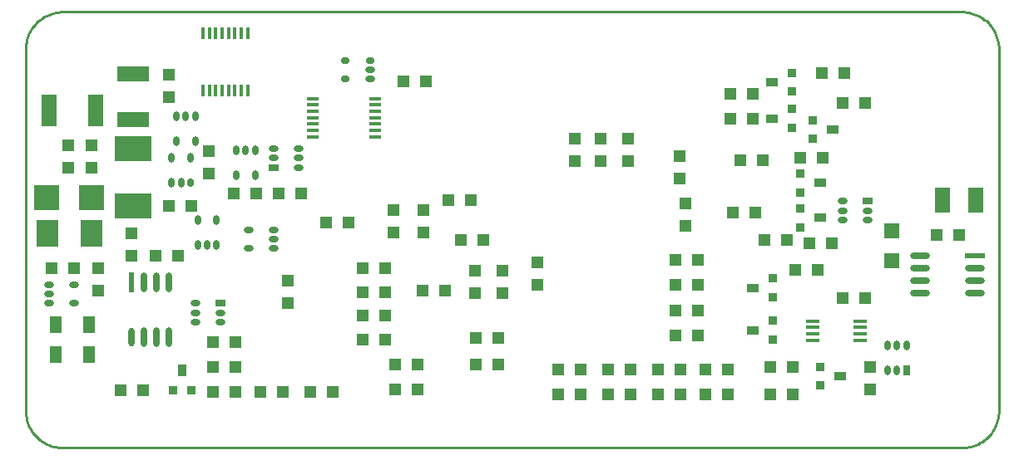
<source format=gbp>
%FSLAX25Y25*%
%MOIN*%
G70*
G01*
G75*
%ADD10C,0.00700*%
%ADD11C,0.06000*%
%ADD12O,0.04000X0.02700*%
%ADD13R,0.07874X0.06299*%
%ADD14R,0.06500X0.05500*%
%ADD15R,0.05000X0.05000*%
%ADD16R,0.05500X0.06500*%
%ADD17R,0.04000X0.02700*%
%ADD18O,0.07000X0.10000*%
%ADD19O,0.07000X0.09000*%
%ADD20O,0.02400X0.08000*%
%ADD21R,0.02400X0.08000*%
%ADD22R,0.03600X0.03600*%
%ADD23R,0.05000X0.03600*%
%ADD24R,0.07000X0.01500*%
%ADD25O,0.07000X0.01500*%
%ADD26O,0.07480X0.01969*%
%ADD27O,0.01969X0.07480*%
%ADD28O,0.01969X0.07000*%
%ADD29R,0.01969X0.07480*%
%ADD30O,0.05118X0.01500*%
%ADD31O,0.05118X0.01500*%
%ADD32R,0.05118X0.01500*%
%ADD33R,0.05000X0.03000*%
%ADD34R,0.05906X0.02756*%
%ADD35R,0.11024X0.05906*%
%ADD36R,0.05906X0.03937*%
%ADD37R,0.05906X0.03937*%
%ADD38C,0.01000*%
%ADD39C,0.02000*%
%ADD40C,0.00600*%
%ADD41O,0.10000X0.12000*%
%ADD42C,0.06300*%
%ADD43C,0.06200*%
%ADD44O,0.06500X0.05500*%
%ADD45O,0.06500X0.05000*%
%ADD46O,0.05500X0.06400*%
%ADD47R,0.05500X0.06400*%
%ADD48R,0.06200X0.07200*%
%ADD49O,0.06200X0.07200*%
%ADD50O,0.06000X0.07000*%
%ADD51R,0.06000X0.07000*%
%ADD52O,0.05500X0.06800*%
%ADD53O,0.06400X0.05000*%
%ADD54O,0.06800X0.05000*%
%ADD55R,0.05500X0.06800*%
%ADD56O,0.06800X0.05500*%
%ADD57R,0.06800X0.05500*%
%ADD58O,0.06400X0.05500*%
%ADD59R,0.06000X0.06000*%
%ADD60O,0.08000X0.06000*%
%ADD61O,0.06000X0.07400*%
%ADD62R,0.06000X0.07400*%
%ADD63C,0.23500*%
%ADD64R,0.10000X0.08000*%
%ADD65O,0.10000X0.08000*%
%ADD66C,0.12000*%
%ADD67C,0.04400*%
%ADD68C,0.03200*%
%ADD69C,0.03000*%
%ADD70O,0.02700X0.04000*%
%ADD71O,0.02400X0.07500*%
%ADD72R,0.05000X0.07000*%
%ADD73O,0.02700X0.03500*%
%ADD74R,0.02700X0.04000*%
%ADD75R,0.03600X0.05000*%
%ADD76O,0.03600X0.02700*%
%ADD77O,0.01500X0.05118*%
%ADD78O,0.01500X0.05118*%
%ADD79R,0.01500X0.05118*%
%ADD80O,0.08000X0.02400*%
%ADD81R,0.08000X0.02400*%
%ADD82O,0.05500X0.01600*%
%ADD83R,0.05500X0.01600*%
%ADD84R,0.06000X0.12500*%
%ADD85R,0.09843X0.09843*%
%ADD86R,0.15000X0.10000*%
%ADD87R,0.12500X0.06000*%
%ADD88R,0.08500X0.10800*%
%ADD89R,0.06000X0.10000*%
%ADD90C,0.00800*%
%ADD91C,0.00500*%
%ADD92C,0.00400*%
%ADD93C,0.02200*%
%ADD94C,0.01200*%
%ADD95C,0.03000*%
%ADD96C,0.05000*%
%ADD97C,0.00394*%
%ADD98R,0.22835X0.81937*%
%ADD99R,0.02953X0.04134*%
%ADD100R,0.02953X0.04134*%
%ADD101R,0.03000X0.02800*%
%ADD102R,0.02800X0.03000*%
%ADD103R,0.70000X0.06700*%
%ADD104R,0.01575X0.01575*%
%ADD105R,0.02500X0.02500*%
%ADD106R,0.30000X0.07000*%
%ADD107R,0.20000X0.07000*%
%ADD108R,0.50000X0.06500*%
%ADD109R,0.05200X0.10400*%
%ADD110R,0.05000X0.10400*%
%ADD111R,0.01575X0.01575*%
%ADD112R,0.46500X0.07000*%
%ADD113R,1.08500X0.07000*%
D12*
X427500Y195200D02*
D03*
X437500Y191500D02*
D03*
X427500Y199000D02*
D03*
Y191500D02*
D03*
X437500Y195200D02*
D03*
X209500Y216300D02*
D03*
X199500Y220000D02*
D03*
X209500Y212500D02*
D03*
Y220000D02*
D03*
X199500Y216300D02*
D03*
X178000Y154200D02*
D03*
X168000Y150500D02*
D03*
Y158000D02*
D03*
X178000Y150500D02*
D03*
X168000Y154200D02*
D03*
X189500Y180000D02*
D03*
Y187500D02*
D03*
X199500Y183800D02*
D03*
Y187500D02*
D03*
Y180000D02*
D03*
X109500Y165500D02*
D03*
Y158000D02*
D03*
Y161700D02*
D03*
X119500Y165500D02*
D03*
X238000Y248000D02*
D03*
Y251800D02*
D03*
X119500Y158000D02*
D03*
D15*
X414000Y182000D02*
D03*
X423000D02*
D03*
X161000Y177000D02*
D03*
X341500Y215000D02*
D03*
Y224000D02*
D03*
X330500Y215000D02*
D03*
Y224000D02*
D03*
X320000Y215000D02*
D03*
Y224000D02*
D03*
X410500Y216500D02*
D03*
X419500D02*
D03*
X192500Y202000D02*
D03*
X183500D02*
D03*
X229500Y190500D02*
D03*
X220500D02*
D03*
X428000Y250500D02*
D03*
X419000D02*
D03*
X391500Y242000D02*
D03*
X259500Y195500D02*
D03*
Y186500D02*
D03*
X157500Y197000D02*
D03*
X166500D02*
D03*
X247500Y186500D02*
D03*
X289500Y144000D02*
D03*
X280500D02*
D03*
X173500Y219000D02*
D03*
Y210000D02*
D03*
X427500Y238500D02*
D03*
X436500D02*
D03*
X391500Y232000D02*
D03*
X382500D02*
D03*
Y242000D02*
D03*
X280500Y133500D02*
D03*
X289500D02*
D03*
X247500Y195500D02*
D03*
X152000Y177000D02*
D03*
X392500Y194500D02*
D03*
X383500D02*
D03*
X210250Y202000D02*
D03*
X305000Y174500D02*
D03*
Y165500D02*
D03*
X369500Y145000D02*
D03*
X360500D02*
D03*
X369500Y155000D02*
D03*
X360500D02*
D03*
X369500Y165500D02*
D03*
X360500D02*
D03*
X369500Y175500D02*
D03*
X360500D02*
D03*
X474000Y185500D02*
D03*
X381500Y131500D02*
D03*
X372500D02*
D03*
X157500Y249900D02*
D03*
Y240900D02*
D03*
X138000Y123000D02*
D03*
X147000D02*
D03*
X364500Y189000D02*
D03*
Y198000D02*
D03*
X362000Y208000D02*
D03*
Y217000D02*
D03*
X184000Y132500D02*
D03*
X175000D02*
D03*
Y122500D02*
D03*
X184000D02*
D03*
Y142500D02*
D03*
X175000D02*
D03*
X407500Y132500D02*
D03*
X398500D02*
D03*
X438500Y123500D02*
D03*
Y132500D02*
D03*
X427500Y160000D02*
D03*
X436500D02*
D03*
X407500Y121500D02*
D03*
X398500D02*
D03*
X201250Y202000D02*
D03*
X395500Y215500D02*
D03*
X386500D02*
D03*
X405000Y183500D02*
D03*
X396000D02*
D03*
X126500Y212500D02*
D03*
Y221500D02*
D03*
X117000Y212500D02*
D03*
Y221500D02*
D03*
X142500Y186000D02*
D03*
Y177000D02*
D03*
X268000Y163000D02*
D03*
X259000D02*
D03*
X278500Y199500D02*
D03*
X269500D02*
D03*
X353500Y131500D02*
D03*
X362500D02*
D03*
X313500Y121500D02*
D03*
X322500D02*
D03*
X333500D02*
D03*
X342500D02*
D03*
X362500D02*
D03*
X353500D02*
D03*
X322500Y131500D02*
D03*
X313500D02*
D03*
X342500D02*
D03*
X333500D02*
D03*
X203000Y122500D02*
D03*
X194000D02*
D03*
X223000D02*
D03*
X214000D02*
D03*
X244000Y162500D02*
D03*
X235000D02*
D03*
X244000Y172000D02*
D03*
X235000D02*
D03*
X244000Y153000D02*
D03*
X235000D02*
D03*
X372500Y121500D02*
D03*
X381500D02*
D03*
X283500Y183500D02*
D03*
X274500D02*
D03*
X244000Y143500D02*
D03*
X235000D02*
D03*
X248000Y133500D02*
D03*
X257000D02*
D03*
Y123500D02*
D03*
X248000D02*
D03*
X129000Y163000D02*
D03*
Y172000D02*
D03*
X110500D02*
D03*
X119500D02*
D03*
X465000Y185500D02*
D03*
X291000Y162000D02*
D03*
Y171000D02*
D03*
X280000D02*
D03*
Y162000D02*
D03*
X260500Y247000D02*
D03*
X251500D02*
D03*
X417500Y171500D02*
D03*
X408500D02*
D03*
X205000Y167000D02*
D03*
Y158000D02*
D03*
D17*
X437500Y199000D02*
D03*
X199500Y212500D02*
D03*
X178000Y158000D02*
D03*
D20*
X152500Y166500D02*
D03*
X157500D02*
D03*
Y144500D02*
D03*
X152500D02*
D03*
X147500D02*
D03*
Y166500D02*
D03*
D21*
X142500D02*
D03*
D22*
X415500Y224000D02*
D03*
Y231500D02*
D03*
X407000Y243000D02*
D03*
Y250500D02*
D03*
X410500Y210000D02*
D03*
Y202500D02*
D03*
X407000Y228500D02*
D03*
Y236000D02*
D03*
X418500Y132500D02*
D03*
Y125000D02*
D03*
X399500Y143500D02*
D03*
Y151000D02*
D03*
Y160500D02*
D03*
Y168000D02*
D03*
X410500Y196000D02*
D03*
Y188500D02*
D03*
X159000Y123000D02*
D03*
X166500D02*
D03*
D23*
X423500Y227800D02*
D03*
X399000Y246700D02*
D03*
X418500Y206300D02*
D03*
X399000Y232200D02*
D03*
X426500Y128800D02*
D03*
X391500Y147200D02*
D03*
Y164200D02*
D03*
X418500Y192300D02*
D03*
D30*
X214902Y227382D02*
D03*
D31*
Y229941D02*
D03*
Y232500D02*
D03*
Y235059D02*
D03*
Y237618D02*
D03*
Y240177D02*
D03*
X240098Y237618D02*
D03*
Y235059D02*
D03*
Y232500D02*
D03*
Y224823D02*
D03*
Y240177D02*
D03*
Y227382D02*
D03*
Y229941D02*
D03*
D32*
X214902Y224823D02*
D03*
D38*
X475000Y100000D02*
X475981Y100032D01*
X476958Y100128D01*
X477926Y100288D01*
X478882Y100511D01*
X479822Y100796D01*
X480740Y101142D01*
X481634Y101547D01*
X482500Y102010D01*
X483334Y102528D01*
X484131Y103100D01*
X484890Y103722D01*
X485607Y104393D01*
X486278Y105110D01*
X486900Y105869D01*
X487472Y106667D01*
X487990Y107500D01*
X488453Y108366D01*
X488858Y109260D01*
X489204Y110178D01*
X489489Y111118D01*
X489712Y112074D01*
X489872Y113042D01*
X489968Y114019D01*
X490000Y115000D01*
Y260000D02*
X489968Y260981D01*
X489872Y261958D01*
X489712Y262926D01*
X489489Y263882D01*
X489204Y264822D01*
X488858Y265740D01*
X488453Y266634D01*
X487990Y267500D01*
X487472Y268334D01*
X486900Y269131D01*
X486278Y269890D01*
X485607Y270607D01*
X484890Y271278D01*
X484131Y271900D01*
X483334Y272472D01*
X482500Y272990D01*
X481634Y273453D01*
X480740Y273858D01*
X479822Y274204D01*
X478882Y274489D01*
X477926Y274712D01*
X476958Y274872D01*
X475981Y274968D01*
X475000Y275000D01*
X115000D02*
X114019Y274968D01*
X113042Y274872D01*
X112074Y274712D01*
X111118Y274489D01*
X110178Y274204D01*
X109260Y273858D01*
X108366Y273453D01*
X107500Y272990D01*
X106667Y272472D01*
X105869Y271900D01*
X105110Y271278D01*
X104393Y270607D01*
X103722Y269890D01*
X103100Y269131D01*
X102528Y268334D01*
X102010Y267500D01*
X101547Y266634D01*
X101142Y265740D01*
X100796Y264822D01*
X100511Y263882D01*
X100288Y262926D01*
X100128Y261958D01*
X100032Y260981D01*
X100000Y260000D01*
Y115000D02*
X100032Y114019D01*
X100128Y113042D01*
X100288Y112074D01*
X100511Y111118D01*
X100796Y110178D01*
X101142Y109260D01*
X101547Y108366D01*
X102010Y107500D01*
X102528Y106667D01*
X103100Y105869D01*
X103722Y105110D01*
X104393Y104393D01*
X105110Y103722D01*
X105869Y103100D01*
X106667Y102528D01*
X107500Y102010D01*
X108366Y101547D01*
X109260Y101142D01*
X110178Y100796D01*
X111118Y100511D01*
X112074Y100288D01*
X113042Y100128D01*
X114019Y100032D01*
X115000Y100000D01*
Y275000D02*
X475000D01*
X100000Y115000D02*
Y260000D01*
X115000Y100000D02*
X475000D01*
X489900Y114300D02*
X490000Y260000D01*
D59*
X447000Y187000D02*
D03*
Y175000D02*
D03*
D70*
X188200Y219500D02*
D03*
X158500Y206500D02*
D03*
X162300D02*
D03*
X166000Y216500D02*
D03*
X158500D02*
D03*
X192000Y219500D02*
D03*
X184500D02*
D03*
Y209500D02*
D03*
X192000D02*
D03*
X449200Y131000D02*
D03*
X445500Y141000D02*
D03*
X453000D02*
D03*
X445500Y131000D02*
D03*
X449200Y141000D02*
D03*
X168000Y223000D02*
D03*
X164200Y233000D02*
D03*
X172800Y181500D02*
D03*
X169000Y191500D02*
D03*
X176500Y181500D02*
D03*
Y191500D02*
D03*
X169000Y181500D02*
D03*
X160500Y223000D02*
D03*
Y233000D02*
D03*
X168000D02*
D03*
D71*
X142500Y144500D02*
D03*
D72*
X112000Y149500D02*
D03*
Y137500D02*
D03*
X125500Y149500D02*
D03*
Y137500D02*
D03*
D73*
X166000Y206500D02*
D03*
D74*
X453000Y131000D02*
D03*
D75*
X162700D02*
D03*
D76*
X238000Y255500D02*
D03*
X228000D02*
D03*
Y248000D02*
D03*
D77*
X176161Y243583D02*
D03*
X178720Y266417D02*
D03*
X183839D02*
D03*
X186398D02*
D03*
X188957D02*
D03*
X188957Y243583D02*
D03*
X186398D02*
D03*
X183839D02*
D03*
X181280D02*
D03*
X178720D02*
D03*
X173602D02*
D03*
X171043D02*
D03*
X181280Y266417D02*
D03*
X176161D02*
D03*
D78*
X173602D02*
D03*
D79*
X171043D02*
D03*
D80*
X458500Y172000D02*
D03*
X480500Y162000D02*
D03*
Y167000D02*
D03*
Y172000D02*
D03*
X458500Y177000D02*
D03*
Y167000D02*
D03*
Y162000D02*
D03*
D81*
X480500Y177000D02*
D03*
D82*
X434450Y143160D02*
D03*
Y145720D02*
D03*
Y148280D02*
D03*
Y150840D02*
D03*
X415550D02*
D03*
Y148280D02*
D03*
Y145720D02*
D03*
D83*
Y143160D02*
D03*
D84*
X109500Y235500D02*
D03*
X128000D02*
D03*
D85*
X126555Y200500D02*
D03*
X108445D02*
D03*
D86*
X143000Y220000D02*
D03*
Y197000D02*
D03*
D87*
Y231750D02*
D03*
Y250250D02*
D03*
D88*
X126250Y186000D02*
D03*
X108750D02*
D03*
D89*
X480750Y199500D02*
D03*
X467250D02*
D03*
M02*

</source>
